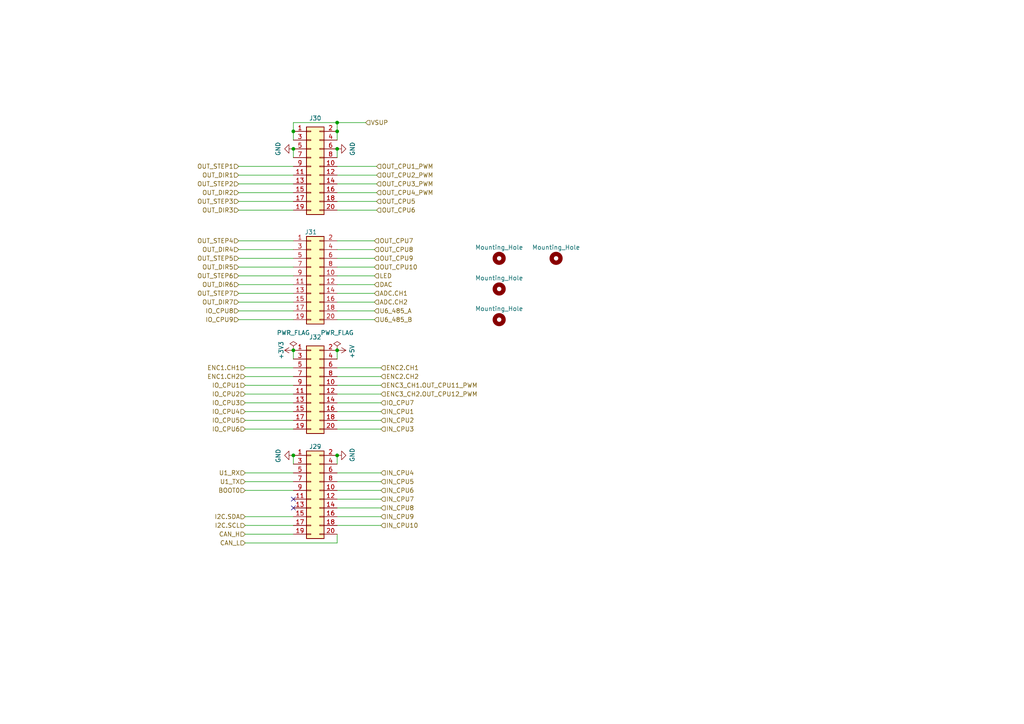
<source format=kicad_sch>
(kicad_sch (version 20211123) (generator eeschema)
  (paper "A4")
  (lib_symbols
    (symbol "Connector_Generic:Conn_02x10_Odd_Even" (pin_names (offset 1.016) hide)
      (property "Reference" "J" (at 1.27 12.7 0))
      (property "Value" "Conn_02x10_Odd_Even" (at 1.27 -15.24 0))
      (symbol "Conn_02x10_Odd_Even_1_1"
        (rectangle (start -1.27 -12.573) (end 0 -12.827) (stroke (width 0.1524)))
        (rectangle (start -1.27 -10.033) (end 0 -10.287) (stroke (width 0.1524)))
        (rectangle (start -1.27 -7.493) (end 0 -7.747) (stroke (width 0.1524)))
        (rectangle (start -1.27 -4.953) (end 0 -5.207) (stroke (width 0.1524)))
        (rectangle (start -1.27 -2.413) (end 0 -2.667) (stroke (width 0.1524)))
        (rectangle (start -1.27 0.127) (end 0 -0.127) (stroke (width 0.1524)))
        (rectangle (start -1.27 2.667) (end 0 2.413) (stroke (width 0.1524)))
        (rectangle (start -1.27 5.207) (end 0 4.953) (stroke (width 0.1524)))
        (rectangle (start -1.27 7.747) (end 0 7.493) (stroke (width 0.1524)))
        (rectangle (start -1.27 10.287) (end 0 10.033) (stroke (width 0.1524)))
        (rectangle (start -1.27 11.43) (end 3.81 -13.97) (stroke (width 0.254)) (fill (type background)))
        (rectangle (start 3.81 -12.573) (end 2.54 -12.827) (stroke (width 0.1524)))
        (rectangle (start 3.81 -10.033) (end 2.54 -10.287) (stroke (width 0.1524)))
        (rectangle (start 3.81 -7.493) (end 2.54 -7.747) (stroke (width 0.1524)))
        (rectangle (start 3.81 -4.953) (end 2.54 -5.207) (stroke (width 0.1524)))
        (rectangle (start 3.81 -2.413) (end 2.54 -2.667) (stroke (width 0.1524)))
        (rectangle (start 3.81 0.127) (end 2.54 -0.127) (stroke (width 0.1524)))
        (rectangle (start 3.81 2.667) (end 2.54 2.413) (stroke (width 0.1524)))
        (rectangle (start 3.81 5.207) (end 2.54 4.953) (stroke (width 0.1524)))
        (rectangle (start 3.81 7.747) (end 2.54 7.493) (stroke (width 0.1524)))
        (rectangle (start 3.81 10.287) (end 2.54 10.033) (stroke (width 0.1524)))
        (pin passive line (at -5.08 10.16 0) (length 3.81) (name "Pin_1") (number "1"))
        (pin passive line (at 7.62 0 180) (length 3.81) (name "Pin_10") (number "10"))
        (pin passive line (at -5.08 -2.54 0) (length 3.81) (name "Pin_11") (number "11"))
        (pin passive line (at 7.62 -2.54 180) (length 3.81) (name "Pin_12") (number "12"))
        (pin passive line (at -5.08 -5.08 0) (length 3.81) (name "Pin_13") (number "13"))
        (pin passive line (at 7.62 -5.08 180) (length 3.81) (name "Pin_14") (number "14"))
        (pin passive line (at -5.08 -7.62 0) (length 3.81) (name "Pin_15") (number "15"))
        (pin passive line (at 7.62 -7.62 180) (length 3.81) (name "Pin_16") (number "16"))
        (pin passive line (at -5.08 -10.16 0) (length 3.81) (name "Pin_17") (number "17"))
        (pin passive line (at 7.62 -10.16 180) (length 3.81) (name "Pin_18") (number "18"))
        (pin passive line (at -5.08 -12.7 0) (length 3.81) (name "Pin_19") (number "19"))
        (pin passive line (at 7.62 10.16 180) (length 3.81) (name "Pin_2") (number "2"))
        (pin passive line (at 7.62 -12.7 180) (length 3.81) (name "Pin_20") (number "20"))
        (pin passive line (at -5.08 7.62 0) (length 3.81) (name "Pin_3") (number "3"))
        (pin passive line (at 7.62 7.62 180) (length 3.81) (name "Pin_4") (number "4"))
        (pin passive line (at -5.08 5.08 0) (length 3.81) (name "Pin_5") (number "5"))
        (pin passive line (at 7.62 5.08 180) (length 3.81) (name "Pin_6") (number "6"))
        (pin passive line (at -5.08 2.54 0) (length 3.81) (name "Pin_7") (number "7"))
        (pin passive line (at 7.62 2.54 180) (length 3.81) (name "Pin_8") (number "8"))
        (pin passive line (at -5.08 0 0) (length 3.81) (name "Pin_9") (number "9"))
      )
    )
    (symbol "Uni_Printer-rescue:Mounting_Hole-Sensor_tank_v1-rescue-Uni_General_v1-rescue-Uni_Printer_v1-rescue" (pin_names (offset 1.016))
      (property "Reference" "MK" (at 0 5.08 0))
      (property "Value" "Mounting_Hole-Sensor_tank_v1-rescue-Uni_General_v1-rescue-Uni_Printer_v1-rescue" (at 0 3.175 0))
      (symbol "Mounting_Hole-Sensor_tank_v1-rescue-Uni_General_v1-rescue-Uni_Printer_v1-rescue_0_1"
        (circle (center 0 0) (radius 1.27) (stroke (width 1.27)))
      )
    )
    (symbol "power:+3V3" (power) (pin_names (offset 0))
      (property "Value" "+3V3" (at 0 3.556 0))
      (symbol "+3V3_0_1"
        (polyline (pts (xy -0.762 1.27) (xy 0 2.54)))
        (polyline (pts (xy 0 0) (xy 0 2.54)))
        (polyline (pts (xy 0 2.54) (xy 0.762 1.27)))
      )
      (symbol "+3V3_1_1"
        (pin power_in line (at 0 0 90) (length 0) hide (name "+3V3") (number "1"))
      )
    )
    (symbol "power:+5V" (power) (pin_names (offset 0))
      (property "Value" "+5V" (at 0 3.556 0))
      (symbol "+5V_0_1"
        (polyline (pts (xy -0.762 1.27) (xy 0 2.54)))
        (polyline (pts (xy 0 0) (xy 0 2.54)))
        (polyline (pts (xy 0 2.54) (xy 0.762 1.27)))
      )
      (symbol "+5V_1_1"
        (pin power_in line (at 0 0 90) (length 0) hide (name "+5V") (number "1"))
      )
    )
    (symbol "power:GND" (power) (pin_names (offset 0))
      (property "Value" "GND" (at 0 -3.81 0))
      (symbol "GND_0_1"
        (polyline (pts (xy 0 0) (xy 0 -1.27) (xy 1.27 -1.27) (xy 0 -2.54) (xy -1.27 -1.27) (xy 0 -1.27)))
      )
      (symbol "GND_1_1"
        (pin power_in line (at 0 0 270) (length 0) hide (name "GND") (number "1"))
      )
    )
    (symbol "power:PWR_FLAG" (power) (pin_numbers hide) (pin_names (offset 0) hide)
      (property "Value" "PWR_FLAG" (at 0 3.81 0))
      (symbol "PWR_FLAG_0_0"
        (pin power_out line (at 0 0 90) (length 0) (name "pwr") (number "1"))
      )
      (symbol "PWR_FLAG_0_1"
        (polyline (pts (xy 0 0) (xy 0 1.27) (xy -1.016 1.905) (xy 0 2.54) (xy 1.016 1.905) (xy 0 1.27)))
      )
    )
  )
  (junction (at 85.09 101.6))
  (junction (at 97.79 101.6))
  (junction (at 85.09 132.08))
  (junction (at 85.09 43.18))
  (junction (at 97.79 35.56))
  (junction (at 97.79 38.1))
  (junction (at 97.79 132.08))
  (junction (at 85.09 38.1))
  (junction (at 97.79 43.18))
  (no_connect (at 85.09 147.32))
  (no_connect (at 85.09 144.78))
  (wire (pts (xy 71.12 152.4) (xy 85.09 152.4)))
  (wire (pts (xy 71.12 119.38) (xy 85.09 119.38)))
  (wire (pts (xy 97.79 116.84) (xy 110.49 116.84)))
  (wire (pts (xy 71.12 109.22) (xy 85.09 109.22)))
  (wire (pts (xy 69.215 77.47) (xy 85.09 77.47)))
  (wire (pts (xy 97.79 157.48) (xy 97.79 154.94)))
  (wire (pts (xy 71.12 149.86) (xy 85.09 149.86)))
  (wire (pts (xy 97.79 85.09) (xy 108.585 85.09)))
  (wire (pts (xy 97.79 77.47) (xy 108.585 77.47)))
  (wire (pts (xy 97.79 35.56) (xy 106.045 35.56)))
  (wire (pts (xy 71.12 121.92) (xy 85.09 121.92)))
  (wire (pts (xy 71.12 106.68) (xy 85.09 106.68)))
  (wire (pts (xy 97.79 101.6) (xy 97.79 104.14)))
  (wire (pts (xy 69.215 53.34) (xy 85.09 53.34)))
  (wire (pts (xy 85.09 38.1) (xy 85.09 40.64)))
  (wire (pts (xy 97.79 92.71) (xy 108.585 92.71)))
  (wire (pts (xy 97.79 137.16) (xy 110.49 137.16)))
  (wire (pts (xy 69.215 55.88) (xy 85.09 55.88)))
  (wire (pts (xy 69.215 90.17) (xy 85.09 90.17)))
  (wire (pts (xy 97.79 106.68) (xy 110.49 106.68)))
  (wire (pts (xy 71.12 139.7) (xy 85.09 139.7)))
  (wire (pts (xy 69.215 92.71) (xy 85.09 92.71)))
  (wire (pts (xy 69.215 74.93) (xy 85.09 74.93)))
  (wire (pts (xy 85.09 35.56) (xy 85.09 38.1)))
  (wire (pts (xy 97.79 144.78) (xy 110.49 144.78)))
  (wire (pts (xy 97.79 82.55) (xy 108.585 82.55)))
  (wire (pts (xy 97.79 69.85) (xy 108.585 69.85)))
  (wire (pts (xy 69.215 58.42) (xy 85.09 58.42)))
  (wire (pts (xy 97.79 121.92) (xy 110.49 121.92)))
  (wire (pts (xy 97.79 90.17) (xy 108.585 90.17)))
  (wire (pts (xy 71.12 124.46) (xy 85.09 124.46)))
  (wire (pts (xy 97.79 80.01) (xy 108.585 80.01)))
  (wire (pts (xy 69.215 69.85) (xy 85.09 69.85)))
  (wire (pts (xy 85.09 43.18) (xy 85.09 45.72)))
  (wire (pts (xy 97.79 60.96) (xy 109.22 60.96)))
  (wire (pts (xy 97.79 53.34) (xy 109.22 53.34)))
  (wire (pts (xy 97.79 111.76) (xy 110.49 111.76)))
  (wire (pts (xy 97.79 139.7) (xy 110.49 139.7)))
  (wire (pts (xy 71.12 154.94) (xy 85.09 154.94)))
  (wire (pts (xy 97.79 142.24) (xy 110.49 142.24)))
  (wire (pts (xy 97.79 43.18) (xy 97.79 45.72)))
  (wire (pts (xy 97.79 50.8) (xy 109.22 50.8)))
  (wire (pts (xy 97.79 87.63) (xy 108.585 87.63)))
  (wire (pts (xy 97.79 72.39) (xy 108.585 72.39)))
  (wire (pts (xy 69.215 85.09) (xy 85.09 85.09)))
  (wire (pts (xy 71.12 157.48) (xy 97.79 157.48)))
  (wire (pts (xy 69.215 50.8) (xy 85.09 50.8)))
  (wire (pts (xy 97.79 119.38) (xy 110.49 119.38)))
  (wire (pts (xy 85.09 101.6) (xy 85.09 104.14)))
  (wire (pts (xy 69.215 72.39) (xy 85.09 72.39)))
  (wire (pts (xy 97.79 149.86) (xy 110.49 149.86)))
  (wire (pts (xy 69.215 80.01) (xy 85.09 80.01)))
  (wire (pts (xy 109.22 48.26) (xy 97.79 48.26)))
  (wire (pts (xy 97.79 132.08) (xy 97.79 134.62)))
  (wire (pts (xy 69.215 48.26) (xy 85.09 48.26)))
  (wire (pts (xy 69.215 87.63) (xy 85.09 87.63)))
  (wire (pts (xy 97.79 152.4) (xy 110.49 152.4)))
  (wire (pts (xy 97.79 109.22) (xy 110.49 109.22)))
  (wire (pts (xy 97.79 35.56) (xy 97.79 38.1)))
  (wire (pts (xy 85.09 142.24) (xy 71.12 142.24)))
  (wire (pts (xy 71.12 111.76) (xy 85.09 111.76)))
  (wire (pts (xy 97.79 114.3) (xy 110.49 114.3)))
  (wire (pts (xy 97.79 124.46) (xy 110.49 124.46)))
  (wire (pts (xy 71.12 116.84) (xy 85.09 116.84)))
  (wire (pts (xy 69.215 82.55) (xy 85.09 82.55)))
  (wire (pts (xy 109.22 58.42) (xy 97.79 58.42)))
  (wire (pts (xy 97.79 74.93) (xy 108.585 74.93)))
  (wire (pts (xy 71.12 114.3) (xy 85.09 114.3)))
  (wire (pts (xy 97.79 35.56) (xy 85.09 35.56)))
  (wire (pts (xy 97.79 147.32) (xy 110.49 147.32)))
  (wire (pts (xy 85.09 137.16) (xy 71.12 137.16)))
  (wire (pts (xy 97.79 55.88) (xy 109.22 55.88)))
  (wire (pts (xy 97.79 38.1) (xy 97.79 40.64)))
  (wire (pts (xy 85.09 132.08) (xy 85.09 134.62)))
  (wire (pts (xy 69.215 60.96) (xy 85.09 60.96)))
  (hierarchical_label "OUT_CPU3_PWM" (shape input) (at 109.22 53.34 0))
  (hierarchical_label "IO_CPU2" (shape input) (at 71.12 114.3 180))
  (hierarchical_label "ENC2.CH2" (shape input) (at 110.49 109.22 0))
  (hierarchical_label "I2C.SDA" (shape input) (at 71.12 149.86 180))
  (hierarchical_label "IN_CPU10" (shape input) (at 110.49 152.4 0))
  (hierarchical_label "IN_CPU5" (shape input) (at 110.49 139.7 0))
  (hierarchical_label "IN_CPU4" (shape input) (at 110.49 137.16 0))
  (hierarchical_label "OUT_DIR6" (shape input) (at 69.215 82.55 180))
  (hierarchical_label "OUT_CPU6" (shape input) (at 109.22 60.96 0))
  (hierarchical_label "OUT_DIR4" (shape input) (at 69.215 72.39 180))
  (hierarchical_label "OUT_STEP7" (shape input) (at 69.215 85.09 180))
  (hierarchical_label "U1_RX" (shape input) (at 71.12 137.16 180))
  (hierarchical_label "IO_CPU1" (shape input) (at 71.12 111.76 180))
  (hierarchical_label "IN_CPU6" (shape input) (at 110.49 142.24 0))
  (hierarchical_label "OUT_CPU5" (shape input) (at 109.22 58.42 0))
  (hierarchical_label "OUT_CPU1_PWM" (shape input) (at 109.22 48.26 0))
  (hierarchical_label "IO_CPU9" (shape input) (at 69.215 92.71 180))
  (hierarchical_label "IO_CPU7" (shape input) (at 110.49 116.84 0))
  (hierarchical_label "OUT_STEP4" (shape input) (at 69.215 69.85 180))
  (hierarchical_label "U1_TX" (shape input) (at 71.12 139.7 180))
  (hierarchical_label "IN_CPU3" (shape input) (at 110.49 124.46 0))
  (hierarchical_label "OUT_STEP2" (shape input) (at 69.215 53.34 180))
  (hierarchical_label "OUT_DIR2" (shape input) (at 69.215 55.88 180))
  (hierarchical_label "OUT_STEP5" (shape input) (at 69.215 74.93 180))
  (hierarchical_label "IO_CPU6" (shape input) (at 71.12 124.46 180))
  (hierarchical_label "OUT_CPU4_PWM" (shape input) (at 109.22 55.88 0))
  (hierarchical_label "I2C.SCL" (shape input) (at 71.12 152.4 180))
  (hierarchical_label "ENC3_CH1.OUT_CPU11_PWM" (shape input) (at 110.49 111.76 0))
  (hierarchical_label "IO_CPU8" (shape input) (at 69.215 90.17 180))
  (hierarchical_label "OUT_CPU10" (shape input) (at 108.585 77.47 0))
  (hierarchical_label "U6_485_A" (shape input) (at 108.585 90.17 0))
  (hierarchical_label "VSUP" (shape input) (at 106.045 35.56 0))
  (hierarchical_label "ENC1.CH1" (shape input) (at 71.12 106.68 180))
  (hierarchical_label "OUT_CPU9" (shape input) (at 108.585 74.93 0))
  (hierarchical_label "OUT_CPU8" (shape input) (at 108.585 72.39 0))
  (hierarchical_label "OUT_STEP1" (shape input) (at 69.215 48.26 180))
  (hierarchical_label "OUT_DIR7" (shape input) (at 69.215 87.63 180))
  (hierarchical_label "IO_CPU4" (shape input) (at 71.12 119.38 180))
  (hierarchical_label "OUT_DIR1" (shape input) (at 69.215 50.8 180))
  (hierarchical_label "IN_CPU7" (shape input) (at 110.49 144.78 0))
  (hierarchical_label "OUT_CPU7" (shape input) (at 108.585 69.85 0))
  (hierarchical_label "U6_485_B" (shape input) (at 108.585 92.71 0))
  (hierarchical_label "OUT_CPU2_PWM" (shape input) (at 109.22 50.8 0))
  (hierarchical_label "OUT_DIR5" (shape input) (at 69.215 77.47 180))
  (hierarchical_label "OUT_STEP6" (shape input) (at 69.215 80.01 180))
  (hierarchical_label "ENC3_CH2.OUT_CPU12_PWM" (shape input) (at 110.49 114.3 0))
  (hierarchical_label "IN_CPU1" (shape input) (at 110.49 119.38 0))
  (hierarchical_label "ENC2.CH1" (shape input) (at 110.49 106.68 0))
  (hierarchical_label "IN_CPU2" (shape input) (at 110.49 121.92 0))
  (hierarchical_label "CAN_L" (shape input) (at 71.12 157.48 180))
  (hierarchical_label "IN_CPU8" (shape input) (at 110.49 147.32 0))
  (hierarchical_label "OUT_DIR3" (shape input) (at 69.215 60.96 180))
  (hierarchical_label "BOOT0" (shape input) (at 71.12 142.24 180) (effects (font (size 1.278 1.278))))
  (hierarchical_label "ADC.CH2" (shape input) (at 108.585 87.63 0))
  (hierarchical_label "ADC.CH1" (shape input) (at 108.585 85.09 0))
  (hierarchical_label "IO_CPU3" (shape input) (at 71.12 116.84 180))
  (hierarchical_label "ENC1.CH2" (shape input) (at 71.12 109.22 180))
  (hierarchical_label "IO_CPU5" (shape input) (at 71.12 121.92 180))
  (hierarchical_label "CAN_H" (shape input) (at 71.12 154.94 180))
  (hierarchical_label "LED" (shape input) (at 108.585 80.01 0))
  (hierarchical_label "DAC" (shape input) (at 108.585 82.55 0))
  (hierarchical_label "OUT_STEP3" (shape input) (at 69.215 58.42 180))
  (hierarchical_label "IN_CPU9" (shape input) (at 110.49 149.86 0))
  (symbol (lib_id "power:+5V") (at 97.79 101.6 270) (unit 1)
    (property "Reference" "#PWR043" (effects hide))
    (property "Value" "+5V" (at 102.108 101.981 0))
  )
  (symbol (lib_id "power:PWR_FLAG") (at 97.79 101.6 0) (unit 1)
    (property "Reference" "#FLG04" (effects hide))
    (property "Value" "PWR_FLAG" (at 97.79 96.52 0))
  )
  (symbol (lib_id "Connector_Generic:Conn_02x10_Odd_Even") (at 90.17 142.24 0) (unit 1)
    (property "Reference" "J29" (at 91.44 129.54 0))
    (property "Value" "Conn_02x20_Odd_Even" (effects hide))
    (property "Footprint" "Connector_PinHeader_2.54mm:PinHeader_2x10_P2.54mm_Vertical" (effects hide))
  )
  (symbol (lib_id "power:GND") (at 97.79 43.18 90) (unit 1)
    (property "Reference" "#PWR042" (effects hide))
    (property "Value" "GND" (at 102.235 43.18 0))
  )
  (symbol (lib_id "power:GND") (at 85.09 43.18 270) (unit 1)
    (property "Reference" "#PWR039" (effects hide))
    (property "Value" "GND" (at 80.645 43.18 0))
  )
  (symbol (lib_id "Connector_Generic:Conn_02x10_Odd_Even") (at 90.17 80.01 0) (unit 1)
    (property "Reference" "J31" (at 90.17 67.31 0))
    (property "Value" "Conn_02x20_Odd_Even" (effects hide))
    (property "Footprint" "Connector_PinHeader_2.54mm:PinHeader_2x10_P2.54mm_Vertical" (effects hide))
  )
  (symbol (lib_id "Uni_Printer-rescue:Mounting_Hole-Sensor_tank_v1-rescue-Uni_General_v1-rescue-Uni_Printer_v1-rescue") (at 144.78 83.82 0) (unit 1)
    (property "Reference" "MK6" (at 144.78 78.74 0))
    (property "Value" "Mounting_Hole" (at 144.78 80.645 0))
    (property "Footprint" "MountingHole:MountingHole_3.2mm_M3" (effects hide))
    (property "Reference" "MK2" (effects hide))
    (property "Value" "Mounting_Hole" (effects hide))
  )
  (symbol (lib_id "power:GND") (at 97.79 132.08 90) (unit 1)
    (property "Reference" "#PWR044" (effects hide))
    (property "Value" "GND" (at 102.1842 131.953 0))
  )
  (symbol (lib_id "Connector_Generic:Conn_02x10_Odd_Even") (at 90.17 111.76 0) (unit 1)
    (property "Reference" "J32" (at 91.44 97.79 0))
    (property "Value" "Conn_02x10_Odd_Even" (effects hide))
    (property "Footprint" "Connector_PinHeader_2.54mm:PinHeader_2x10_P2.54mm_Vertical" (effects hide))
  )
  (symbol (lib_id "Connector_Generic:Conn_02x10_Odd_Even") (at 90.17 48.26 0) (unit 1)
    (property "Reference" "J30" (at 91.44 34.29 0))
    (property "Value" "Conn_02x20_Odd_Even" (effects hide))
    (property "Footprint" "Connector_PinHeader_2.54mm:PinHeader_2x10_P2.54mm_Vertical" (effects hide))
  )
  (symbol (lib_id "Uni_Printer-rescue:Mounting_Hole-Sensor_tank_v1-rescue-Uni_General_v1-rescue-Uni_Printer_v1-rescue") (at 144.78 74.93 0) (unit 1)
    (property "Reference" "MK5" (at 144.78 69.85 0))
    (property "Value" "Mounting_Hole" (at 144.78 71.755 0))
    (property "Footprint" "MountingHole:MountingHole_3.2mm_M3" (effects hide))
    (property "Reference" "MK1" (effects hide))
    (property "Value" "Mounting_Hole" (effects hide))
  )
  (symbol (lib_id "power:+3V3") (at 85.09 101.6 90) (unit 1)
    (property "Reference" "#PWR040" (effects hide))
    (property "Value" "+3V3" (at 81.534 101.6 0))
  )
  (symbol (lib_id "Uni_Printer-rescue:Mounting_Hole-Sensor_tank_v1-rescue-Uni_General_v1-rescue-Uni_Printer_v1-rescue") (at 144.78 92.71 0) (unit 1)
    (property "Reference" "MK7" (at 144.78 87.63 0))
    (property "Value" "Mounting_Hole" (at 144.78 89.535 0))
    (property "Footprint" "MountingHole:MountingHole_3.2mm_M3" (effects hide))
    (property "Reference" "MK3" (effects hide))
    (property "Value" "Mounting_Hole" (effects hide))
  )
  (symbol (lib_id "Uni_Printer-rescue:Mounting_Hole-Sensor_tank_v1-rescue-Uni_General_v1-rescue-Uni_Printer_v1-rescue") (at 161.29 74.93 0) (unit 1)
    (property "Reference" "MK8" (at 161.29 69.85 0))
    (property "Value" "Mounting_Hole" (at 161.29 71.755 0))
    (property "Footprint" "MountingHole:MountingHole_3.2mm_M3" (effects hide))
    (property "Reference" "MK6" (effects hide))
    (property "Value" "Mounting_Hole" (effects hide))
  )
  (symbol (lib_id "power:GND") (at 85.09 132.08 270) (unit 1)
    (property "Reference" "#PWR041" (effects hide))
    (property "Value" "GND" (at 80.6958 132.207 0))
  )
  (symbol (lib_id "power:PWR_FLAG") (at 85.09 101.6 0) (unit 1)
    (property "Reference" "#FLG03" (effects hide))
    (property "Value" "PWR_FLAG" (at 85.09 96.52 0))
  )
)
</source>
